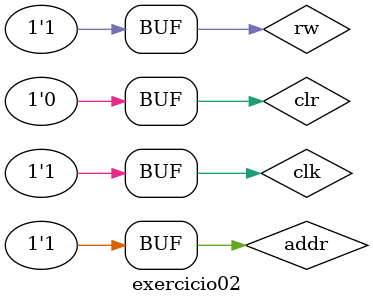
<source format=v>
`include "jkFF.v"

module exercicio01(input aaddr,input brw,input cclk, input din, output s, input eclr);
reg addr,rw,clk,in01,in02,in03,clr;
wire s1,outs;

and And01(s1,addr,rw,clk);

jkff J01(q,qnot,s1,in00,clk);
jkff J02(q,qnot,s1,in01,clk);
jkff J03(q,qnot,s1,in02,clk);
jkff J04(q,qnot,s1,in03,clk);

and And02(outs,qnot,addr);

endmodule

module exercicio02;
reg addr,rw,clk,in00,in01,in02,in03;
reg clr;
wire out01,out02;

exercicio01 EX01(addr,rw,clk,in00,out01,clr);
exercicio01 EX02(addr,rw,clk,in01,out02,clr);

initial begin 
$display ( "Guia 10 - Silvino Henrique Santos de Souza - 412773" );
$display ( "Exercicio02 - Memoria RAM" ); 

addr = 0; 
clk = 0; 
rw = 0;
clr = 0; 

$monitor( "%4d %4b %4b", $time, out01, out02 ); 

#1 clk = 0; addr = 0; rw = 1; 
#1 clk = 0; addr = 1; rw = 0;
#1 clk = 0; addr = 1; rw = 1;
#1 clk = 1; addr = 0; rw = 0;
#1 clk = 1; addr = 0; rw = 1;
#1 clk = 1; addr = 1; rw = 0;
#1 clk = 1; addr = 1; rw = 1;

end 

endmodule


</source>
